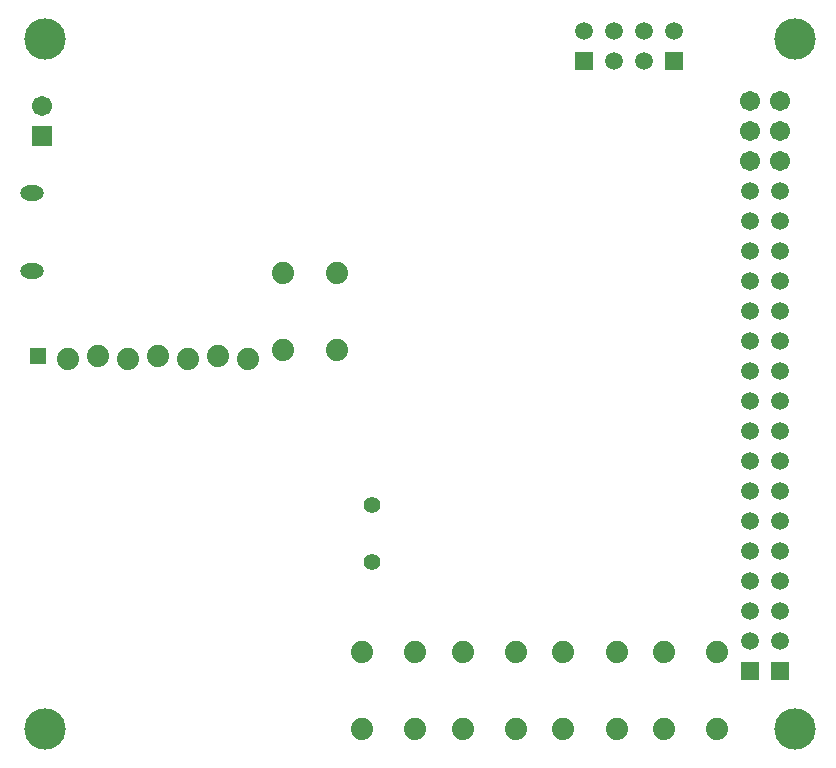
<source format=gbr>
%TF.GenerationSoftware,Novarm,DipTrace,3.2.0.1*%
%TF.CreationDate,2018-03-15T12:04:58-08:00*%
%FSLAX26Y26*%
%MOIN*%
%TF.FileFunction,Soldermask,Bot*%
%TF.Part,Single*%
%AMOUTLINE1*
4,1,4,
0.026163,0.026163,
0.026205,-0.026121,
-0.026121,-0.026205,
-0.026163,0.026163,
0.026163,0.026163,
0*%
%ADD33R,0.059055X0.059055*%
%ADD34C,0.059055*%
%ADD45C,0.074*%
%ADD60R,0.05937X0.05937*%
%ADD61C,0.05937*%
%ADD68C,0.137795*%
%ADD76C,0.056*%
%ADD118O,0.078866X0.051307*%
%ADD124C,0.067055*%
%ADD126R,0.067055X0.067055*%
%ADD142OUTLINE1*%
G75*
G01*
%LPD*%
D68*
X494016Y494016D3*
X2994016D3*
Y2794016D3*
X494016D3*
D126*
X484631Y2472185D3*
D124*
Y2572185D3*
D118*
X449314Y2280188D3*
Y2020345D3*
D142*
X469016Y1737765D3*
D45*
X569016Y1727765D3*
X669016Y1737765D3*
X769016Y1727765D3*
X869016Y1737765D3*
X969016Y1727765D3*
X1069016Y1737765D3*
X1169016Y1727765D3*
D33*
X2844016Y687765D3*
D34*
Y787765D3*
Y887765D3*
Y987765D3*
Y1087765D3*
Y1187765D3*
Y1287765D3*
Y1387765D3*
Y1487765D3*
Y1587765D3*
Y1687765D3*
Y1787765D3*
Y1887765D3*
Y1987765D3*
Y2087765D3*
Y2187765D3*
Y2287765D3*
D124*
Y2387765D3*
Y2487765D3*
Y2587765D3*
D33*
X2944016Y687765D3*
D34*
Y787765D3*
Y887765D3*
Y987765D3*
Y1087765D3*
Y1187765D3*
Y1287765D3*
Y1387765D3*
Y1487765D3*
Y1587765D3*
Y1687765D3*
Y1787765D3*
Y1887765D3*
Y1987765D3*
Y2087765D3*
Y2187765D3*
Y2287765D3*
D124*
Y2387765D3*
Y2487765D3*
Y2587765D3*
D45*
X1287765Y1756516D3*
Y2012516D3*
X1465765Y1756516D3*
Y2012516D3*
X1550265Y494016D3*
Y750016D3*
X1728265Y494016D3*
Y750016D3*
X1885683Y494016D3*
Y750016D3*
X2063683Y494016D3*
Y750016D3*
X2221099Y494016D3*
Y750016D3*
X2399099Y494016D3*
Y750016D3*
X2556516Y494016D3*
Y750016D3*
X2734516Y494016D3*
Y750016D3*
D60*
X2590891Y2722137D3*
D61*
Y2822137D3*
X2490891Y2722137D3*
Y2822137D3*
X2390891Y2722137D3*
Y2822137D3*
D60*
X2290891Y2722137D3*
D61*
Y2822137D3*
D76*
X1584641Y1050269D3*
Y1240269D3*
M02*

</source>
